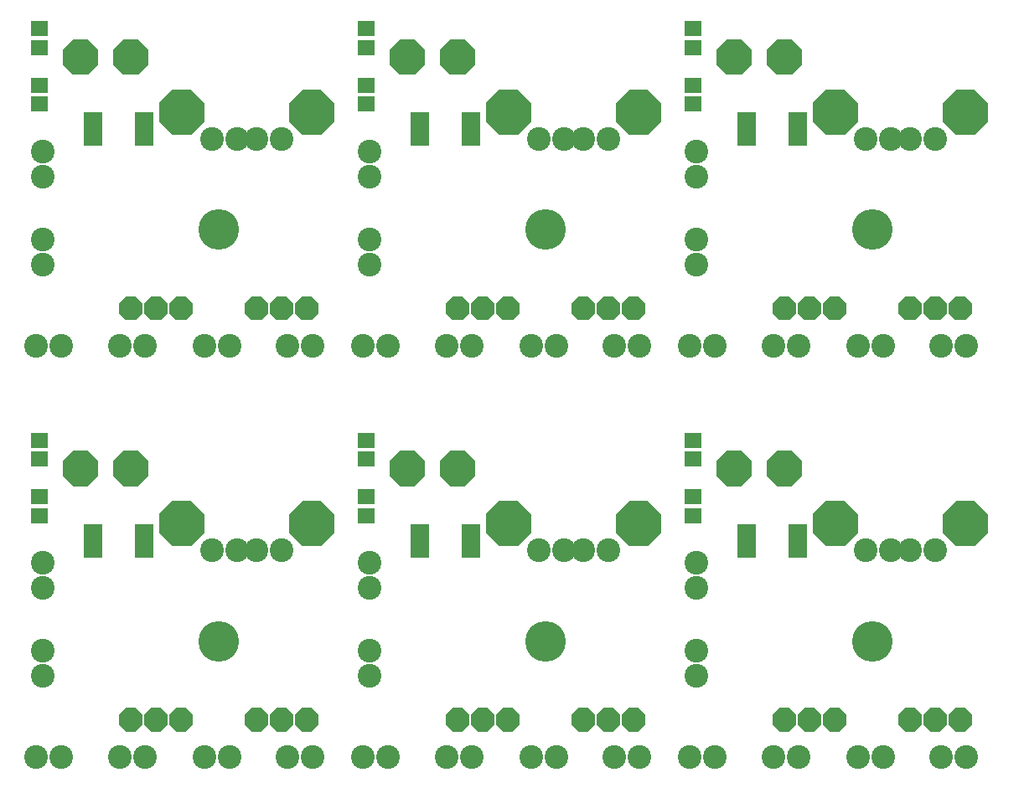
<source format=gbr>
%FSLAX34Y34*%
%MOMM*%
%LNSOLDERMASK_TOP*%
G71*
G01*
%ADD10C, 2.40*%
%ADD11R, 1.98X3.35*%
%ADD12R, 1.80X1.50*%
%ADD13C, 2.40*%
%ADD14C, 4.10*%
%LPD*%
G36*
X143412Y933918D02*
X132882Y923388D01*
X117942Y923388D01*
X107412Y933918D01*
X107412Y948858D01*
X117942Y959388D01*
X132882Y959388D01*
X143412Y948858D01*
X143412Y933918D01*
G37*
G36*
X92612Y933918D02*
X82082Y923388D01*
X67142Y923388D01*
X56612Y933918D01*
X56612Y948858D01*
X67142Y959388D01*
X82082Y959388D01*
X92612Y948858D01*
X92612Y933918D01*
G37*
X36512Y820738D02*
G54D10*
D03*
X36512Y846138D02*
G54D10*
D03*
X36512Y731838D02*
G54D10*
D03*
X36512Y757238D02*
G54D10*
D03*
G36*
X56612Y948858D02*
X67142Y959388D01*
X82082Y959388D01*
X92612Y948858D01*
X92612Y933918D01*
X82082Y923388D01*
X67142Y923388D01*
X56612Y933918D01*
X56612Y948858D01*
G37*
X36512Y846138D02*
G54D10*
D03*
X36512Y757238D02*
G54D10*
D03*
X207962Y858838D02*
G54D10*
D03*
G36*
X113413Y692367D02*
X120433Y699387D01*
X130393Y699387D01*
X137413Y692367D01*
X137413Y682407D01*
X130393Y675387D01*
X120433Y675387D01*
X113413Y682407D01*
X113413Y692367D01*
G37*
G36*
X138813Y692367D02*
X145833Y699387D01*
X155793Y699387D01*
X162813Y692367D01*
X162813Y682407D01*
X155793Y675387D01*
X145833Y675387D01*
X138813Y682407D01*
X138813Y692367D01*
G37*
G36*
X164212Y692367D02*
X171232Y699387D01*
X181192Y699387D01*
X188212Y692367D01*
X188212Y682407D01*
X181192Y675387D01*
X171232Y675387D01*
X164212Y682407D01*
X164212Y692367D01*
G37*
G36*
X138813Y692367D02*
X145833Y699387D01*
X155793Y699387D01*
X162813Y692367D01*
X162813Y682407D01*
X155793Y675387D01*
X145833Y675387D01*
X138813Y682407D01*
X138813Y692367D01*
G37*
X139303Y868362D02*
G54D11*
D03*
X87312Y868362D02*
G54D11*
D03*
X277812Y858838D02*
G54D10*
D03*
X252809Y858838D02*
G54D10*
D03*
X232966Y858837D02*
G54D10*
D03*
X207962Y858837D02*
G54D10*
D03*
G36*
X331570Y876280D02*
X318115Y862825D01*
X299025Y862825D01*
X285570Y876280D01*
X285570Y895370D01*
X299025Y908825D01*
X318115Y908825D01*
X331570Y895370D01*
X331570Y876280D01*
G37*
G36*
X200006Y876280D02*
X186551Y862825D01*
X167461Y862825D01*
X154006Y876280D01*
X154006Y895370D01*
X167461Y908825D01*
X186551Y908825D01*
X200006Y895370D01*
X200006Y876280D01*
G37*
X33312Y912788D02*
G54D12*
D03*
X33312Y893788D02*
G54D12*
D03*
X33312Y950938D02*
G54D12*
D03*
X33312Y969938D02*
G54D12*
D03*
X33312Y969938D02*
G54D12*
D03*
G36*
X240412Y692368D02*
X247432Y699388D01*
X257392Y699388D01*
X264412Y692368D01*
X264412Y682408D01*
X257392Y675388D01*
X247432Y675388D01*
X240412Y682408D01*
X240412Y692368D01*
G37*
G36*
X265813Y692368D02*
X272833Y699388D01*
X282793Y699388D01*
X289813Y692368D01*
X289813Y682408D01*
X282793Y675388D01*
X272833Y675388D01*
X265813Y682408D01*
X265813Y692368D01*
G37*
G36*
X291212Y692368D02*
X298232Y699388D01*
X308192Y699388D01*
X315212Y692368D01*
X315212Y682408D01*
X308192Y675388D01*
X298232Y675388D01*
X291212Y682408D01*
X291212Y692368D01*
G37*
G36*
X265813Y692368D02*
X272833Y699388D01*
X282793Y699388D01*
X289813Y692368D01*
X289813Y682408D01*
X282793Y675388D01*
X272833Y675388D01*
X265813Y682408D01*
X265813Y692368D01*
G37*
X55562Y649288D02*
G54D13*
D03*
X30162Y649288D02*
G54D13*
D03*
X139700Y649288D02*
G54D13*
D03*
X114300Y649288D02*
G54D13*
D03*
X225425Y649288D02*
G54D13*
D03*
X200025Y649288D02*
G54D13*
D03*
X309562Y649288D02*
G54D13*
D03*
X284162Y649288D02*
G54D13*
D03*
X55562Y649288D02*
G54D13*
D03*
X139702Y649288D02*
G54D13*
D03*
X225422Y649288D02*
G54D13*
D03*
X309562Y649288D02*
G54D13*
D03*
X214312Y766762D02*
G54D14*
D03*
G36*
X473612Y933918D02*
X463082Y923388D01*
X448142Y923388D01*
X437612Y933918D01*
X437612Y948858D01*
X448142Y959388D01*
X463082Y959388D01*
X473612Y948858D01*
X473612Y933918D01*
G37*
G36*
X422812Y933918D02*
X412282Y923388D01*
X397342Y923388D01*
X386812Y933918D01*
X386812Y948858D01*
X397342Y959388D01*
X412282Y959388D01*
X422812Y948858D01*
X422812Y933918D01*
G37*
X366712Y820738D02*
G54D10*
D03*
X366712Y846138D02*
G54D10*
D03*
X366712Y731838D02*
G54D10*
D03*
X366712Y757238D02*
G54D10*
D03*
G36*
X386812Y948858D02*
X397342Y959388D01*
X412282Y959388D01*
X422812Y948858D01*
X422812Y933918D01*
X412282Y923388D01*
X397342Y923388D01*
X386812Y933918D01*
X386812Y948858D01*
G37*
X366712Y846138D02*
G54D10*
D03*
X366712Y757238D02*
G54D10*
D03*
X538162Y858838D02*
G54D10*
D03*
G36*
X443613Y692367D02*
X450633Y699387D01*
X460593Y699387D01*
X467613Y692367D01*
X467613Y682407D01*
X460593Y675387D01*
X450633Y675387D01*
X443613Y682407D01*
X443613Y692367D01*
G37*
G36*
X469013Y692367D02*
X476033Y699387D01*
X485993Y699387D01*
X493013Y692367D01*
X493013Y682407D01*
X485993Y675387D01*
X476033Y675387D01*
X469013Y682407D01*
X469013Y692367D01*
G37*
G36*
X494412Y692367D02*
X501432Y699387D01*
X511392Y699387D01*
X518412Y692367D01*
X518412Y682407D01*
X511392Y675387D01*
X501432Y675387D01*
X494412Y682407D01*
X494412Y692367D01*
G37*
G36*
X469013Y692367D02*
X476033Y699387D01*
X485993Y699387D01*
X493013Y692367D01*
X493013Y682407D01*
X485993Y675387D01*
X476033Y675387D01*
X469013Y682407D01*
X469013Y692367D01*
G37*
X469503Y868362D02*
G54D11*
D03*
X417512Y868362D02*
G54D11*
D03*
X608012Y858838D02*
G54D10*
D03*
X583009Y858838D02*
G54D10*
D03*
X563166Y858837D02*
G54D10*
D03*
X538162Y858837D02*
G54D10*
D03*
G36*
X661770Y876280D02*
X648315Y862825D01*
X629225Y862825D01*
X615770Y876280D01*
X615770Y895370D01*
X629225Y908825D01*
X648315Y908825D01*
X661770Y895370D01*
X661770Y876280D01*
G37*
G36*
X530206Y876280D02*
X516751Y862825D01*
X497661Y862825D01*
X484206Y876280D01*
X484206Y895370D01*
X497661Y908825D01*
X516751Y908825D01*
X530206Y895370D01*
X530206Y876280D01*
G37*
X363512Y912788D02*
G54D12*
D03*
X363512Y893788D02*
G54D12*
D03*
X363512Y950938D02*
G54D12*
D03*
X363512Y969938D02*
G54D12*
D03*
X363512Y969938D02*
G54D12*
D03*
G36*
X570612Y692368D02*
X577632Y699388D01*
X587592Y699388D01*
X594612Y692368D01*
X594612Y682408D01*
X587592Y675388D01*
X577632Y675388D01*
X570612Y682408D01*
X570612Y692368D01*
G37*
G36*
X596013Y692368D02*
X603033Y699388D01*
X612993Y699388D01*
X620013Y692368D01*
X620013Y682408D01*
X612993Y675388D01*
X603033Y675388D01*
X596013Y682408D01*
X596013Y692368D01*
G37*
G36*
X621412Y692368D02*
X628432Y699388D01*
X638392Y699388D01*
X645412Y692368D01*
X645412Y682408D01*
X638392Y675388D01*
X628432Y675388D01*
X621412Y682408D01*
X621412Y692368D01*
G37*
G36*
X596013Y692368D02*
X603033Y699388D01*
X612993Y699388D01*
X620013Y692368D01*
X620013Y682408D01*
X612993Y675388D01*
X603033Y675388D01*
X596013Y682408D01*
X596013Y692368D01*
G37*
X385762Y649288D02*
G54D13*
D03*
X360362Y649288D02*
G54D13*
D03*
X469900Y649288D02*
G54D13*
D03*
X444500Y649288D02*
G54D13*
D03*
X555625Y649288D02*
G54D13*
D03*
X530225Y649288D02*
G54D13*
D03*
X639762Y649288D02*
G54D13*
D03*
X614362Y649288D02*
G54D13*
D03*
X385762Y649288D02*
G54D13*
D03*
X469902Y649288D02*
G54D13*
D03*
X555622Y649288D02*
G54D13*
D03*
X639762Y649288D02*
G54D13*
D03*
X544512Y766762D02*
G54D14*
D03*
G36*
X803812Y933918D02*
X793282Y923388D01*
X778342Y923388D01*
X767812Y933918D01*
X767812Y948858D01*
X778342Y959388D01*
X793282Y959388D01*
X803812Y948858D01*
X803812Y933918D01*
G37*
G36*
X753012Y933918D02*
X742482Y923388D01*
X727542Y923388D01*
X717012Y933918D01*
X717012Y948858D01*
X727542Y959388D01*
X742482Y959388D01*
X753012Y948858D01*
X753012Y933918D01*
G37*
X696912Y820738D02*
G54D10*
D03*
X696912Y846138D02*
G54D10*
D03*
X696912Y731838D02*
G54D10*
D03*
X696912Y757238D02*
G54D10*
D03*
G36*
X717012Y948858D02*
X727542Y959388D01*
X742482Y959388D01*
X753012Y948858D01*
X753012Y933918D01*
X742482Y923388D01*
X727542Y923388D01*
X717012Y933918D01*
X717012Y948858D01*
G37*
X696912Y846138D02*
G54D10*
D03*
X696912Y757238D02*
G54D10*
D03*
X868362Y858838D02*
G54D10*
D03*
G36*
X773813Y692367D02*
X780833Y699387D01*
X790793Y699387D01*
X797813Y692367D01*
X797813Y682407D01*
X790793Y675387D01*
X780833Y675387D01*
X773813Y682407D01*
X773813Y692367D01*
G37*
G36*
X799213Y692367D02*
X806233Y699387D01*
X816193Y699387D01*
X823213Y692367D01*
X823213Y682407D01*
X816193Y675387D01*
X806233Y675387D01*
X799213Y682407D01*
X799213Y692367D01*
G37*
G36*
X824612Y692367D02*
X831632Y699387D01*
X841592Y699387D01*
X848612Y692367D01*
X848612Y682407D01*
X841592Y675387D01*
X831632Y675387D01*
X824612Y682407D01*
X824612Y692367D01*
G37*
G36*
X799213Y692367D02*
X806233Y699387D01*
X816193Y699387D01*
X823213Y692367D01*
X823213Y682407D01*
X816193Y675387D01*
X806233Y675387D01*
X799213Y682407D01*
X799213Y692367D01*
G37*
X799703Y868362D02*
G54D11*
D03*
X747712Y868362D02*
G54D11*
D03*
X938212Y858838D02*
G54D10*
D03*
X913209Y858838D02*
G54D10*
D03*
X893366Y858837D02*
G54D10*
D03*
X868362Y858837D02*
G54D10*
D03*
G36*
X991970Y876280D02*
X978515Y862825D01*
X959425Y862825D01*
X945970Y876280D01*
X945970Y895370D01*
X959425Y908825D01*
X978515Y908825D01*
X991970Y895370D01*
X991970Y876280D01*
G37*
G36*
X860406Y876280D02*
X846951Y862825D01*
X827861Y862825D01*
X814406Y876280D01*
X814406Y895370D01*
X827861Y908825D01*
X846951Y908825D01*
X860406Y895370D01*
X860406Y876280D01*
G37*
X693712Y912788D02*
G54D12*
D03*
X693712Y893788D02*
G54D12*
D03*
X693712Y950938D02*
G54D12*
D03*
X693712Y969938D02*
G54D12*
D03*
X693712Y969938D02*
G54D12*
D03*
G36*
X900812Y692368D02*
X907832Y699388D01*
X917792Y699388D01*
X924812Y692368D01*
X924812Y682408D01*
X917792Y675388D01*
X907832Y675388D01*
X900812Y682408D01*
X900812Y692368D01*
G37*
G36*
X926213Y692368D02*
X933233Y699388D01*
X943193Y699388D01*
X950213Y692368D01*
X950213Y682408D01*
X943193Y675388D01*
X933233Y675388D01*
X926213Y682408D01*
X926213Y692368D01*
G37*
G36*
X951612Y692368D02*
X958632Y699388D01*
X968592Y699388D01*
X975612Y692368D01*
X975612Y682408D01*
X968592Y675388D01*
X958632Y675388D01*
X951612Y682408D01*
X951612Y692368D01*
G37*
G36*
X926213Y692368D02*
X933233Y699388D01*
X943193Y699388D01*
X950213Y692368D01*
X950213Y682408D01*
X943193Y675388D01*
X933233Y675388D01*
X926213Y682408D01*
X926213Y692368D01*
G37*
X715962Y649288D02*
G54D13*
D03*
X690562Y649288D02*
G54D13*
D03*
X800100Y649288D02*
G54D13*
D03*
X774700Y649288D02*
G54D13*
D03*
X885825Y649288D02*
G54D13*
D03*
X860425Y649288D02*
G54D13*
D03*
X969962Y649288D02*
G54D13*
D03*
X944562Y649288D02*
G54D13*
D03*
X715962Y649288D02*
G54D13*
D03*
X800102Y649288D02*
G54D13*
D03*
X885822Y649288D02*
G54D13*
D03*
X969962Y649288D02*
G54D13*
D03*
X874712Y766762D02*
G54D14*
D03*
G36*
X143412Y517992D02*
X132882Y507462D01*
X117942Y507462D01*
X107412Y517992D01*
X107412Y532932D01*
X117942Y543462D01*
X132882Y543462D01*
X143412Y532932D01*
X143412Y517992D01*
G37*
G36*
X92612Y517992D02*
X82082Y507462D01*
X67142Y507462D01*
X56612Y517992D01*
X56612Y532932D01*
X67142Y543462D01*
X82082Y543462D01*
X92612Y532932D01*
X92612Y517992D01*
G37*
X36512Y404812D02*
G54D10*
D03*
X36512Y430212D02*
G54D10*
D03*
X36512Y315912D02*
G54D10*
D03*
X36512Y341312D02*
G54D10*
D03*
G36*
X56612Y532932D02*
X67142Y543462D01*
X82082Y543462D01*
X92612Y532932D01*
X92612Y517992D01*
X82082Y507462D01*
X67142Y507462D01*
X56612Y517992D01*
X56612Y532932D01*
G37*
X36512Y430212D02*
G54D10*
D03*
X36512Y341312D02*
G54D10*
D03*
X207962Y442912D02*
G54D10*
D03*
G36*
X113413Y276442D02*
X120433Y283462D01*
X130393Y283462D01*
X137413Y276442D01*
X137413Y266482D01*
X130393Y259462D01*
X120433Y259462D01*
X113413Y266482D01*
X113413Y276442D01*
G37*
G36*
X138813Y276442D02*
X145833Y283462D01*
X155793Y283462D01*
X162813Y276442D01*
X162813Y266482D01*
X155793Y259462D01*
X145833Y259462D01*
X138813Y266482D01*
X138813Y276442D01*
G37*
G36*
X164212Y276442D02*
X171232Y283462D01*
X181192Y283462D01*
X188212Y276442D01*
X188212Y266482D01*
X181192Y259462D01*
X171232Y259462D01*
X164212Y266482D01*
X164212Y276442D01*
G37*
G36*
X138813Y276442D02*
X145833Y283462D01*
X155793Y283462D01*
X162813Y276442D01*
X162813Y266482D01*
X155793Y259462D01*
X145833Y259462D01*
X138813Y266482D01*
X138813Y276442D01*
G37*
X139303Y452438D02*
G54D11*
D03*
X87312Y452438D02*
G54D11*
D03*
X277812Y442912D02*
G54D10*
D03*
X252809Y442912D02*
G54D10*
D03*
X232966Y442912D02*
G54D10*
D03*
X207962Y442912D02*
G54D10*
D03*
G36*
X331570Y460355D02*
X318115Y446900D01*
X299025Y446900D01*
X285570Y460355D01*
X285570Y479445D01*
X299025Y492900D01*
X318115Y492900D01*
X331570Y479445D01*
X331570Y460355D01*
G37*
G36*
X200006Y460355D02*
X186551Y446900D01*
X167461Y446900D01*
X154006Y460355D01*
X154006Y479445D01*
X167461Y492900D01*
X186551Y492900D01*
X200006Y479445D01*
X200006Y460355D01*
G37*
X33312Y496862D02*
G54D12*
D03*
X33312Y477862D02*
G54D12*
D03*
X33312Y535012D02*
G54D12*
D03*
X33312Y554012D02*
G54D12*
D03*
X33312Y554012D02*
G54D12*
D03*
G36*
X240412Y276442D02*
X247432Y283462D01*
X257392Y283462D01*
X264412Y276442D01*
X264412Y266482D01*
X257392Y259462D01*
X247432Y259462D01*
X240412Y266482D01*
X240412Y276442D01*
G37*
G36*
X265813Y276442D02*
X272833Y283462D01*
X282793Y283462D01*
X289813Y276442D01*
X289813Y266482D01*
X282793Y259462D01*
X272833Y259462D01*
X265813Y266482D01*
X265813Y276442D01*
G37*
G36*
X291212Y276442D02*
X298232Y283462D01*
X308192Y283462D01*
X315212Y276442D01*
X315212Y266482D01*
X308192Y259462D01*
X298232Y259462D01*
X291212Y266482D01*
X291212Y276442D01*
G37*
G36*
X265813Y276442D02*
X272833Y283462D01*
X282793Y283462D01*
X289813Y276442D01*
X289813Y266482D01*
X282793Y259462D01*
X272833Y259462D01*
X265813Y266482D01*
X265813Y276442D01*
G37*
X55562Y233362D02*
G54D13*
D03*
X30162Y233362D02*
G54D13*
D03*
X139700Y233362D02*
G54D13*
D03*
X114300Y233362D02*
G54D13*
D03*
X225425Y233362D02*
G54D13*
D03*
X200025Y233362D02*
G54D13*
D03*
X309562Y233362D02*
G54D13*
D03*
X284162Y233362D02*
G54D13*
D03*
X55562Y233362D02*
G54D13*
D03*
X139702Y233362D02*
G54D13*
D03*
X225422Y233362D02*
G54D13*
D03*
X309562Y233362D02*
G54D13*
D03*
X214312Y350838D02*
G54D14*
D03*
G36*
X473612Y517992D02*
X463082Y507462D01*
X448142Y507462D01*
X437612Y517992D01*
X437612Y532932D01*
X448142Y543462D01*
X463082Y543462D01*
X473612Y532932D01*
X473612Y517992D01*
G37*
G36*
X422812Y517992D02*
X412282Y507462D01*
X397342Y507462D01*
X386812Y517992D01*
X386812Y532932D01*
X397342Y543462D01*
X412282Y543462D01*
X422812Y532932D01*
X422812Y517992D01*
G37*
X366712Y404812D02*
G54D10*
D03*
X366712Y430212D02*
G54D10*
D03*
X366712Y315912D02*
G54D10*
D03*
X366712Y341312D02*
G54D10*
D03*
G36*
X386812Y532932D02*
X397342Y543462D01*
X412282Y543462D01*
X422812Y532932D01*
X422812Y517992D01*
X412282Y507462D01*
X397342Y507462D01*
X386812Y517992D01*
X386812Y532932D01*
G37*
X366712Y430212D02*
G54D10*
D03*
X366712Y341312D02*
G54D10*
D03*
X538162Y442912D02*
G54D10*
D03*
G36*
X443613Y276442D02*
X450633Y283462D01*
X460593Y283462D01*
X467613Y276442D01*
X467613Y266482D01*
X460593Y259462D01*
X450633Y259462D01*
X443613Y266482D01*
X443613Y276442D01*
G37*
G36*
X469013Y276442D02*
X476033Y283462D01*
X485993Y283462D01*
X493013Y276442D01*
X493013Y266482D01*
X485993Y259462D01*
X476033Y259462D01*
X469013Y266482D01*
X469013Y276442D01*
G37*
G36*
X494412Y276442D02*
X501432Y283462D01*
X511392Y283462D01*
X518412Y276442D01*
X518412Y266482D01*
X511392Y259462D01*
X501432Y259462D01*
X494412Y266482D01*
X494412Y276442D01*
G37*
G36*
X469013Y276442D02*
X476033Y283462D01*
X485993Y283462D01*
X493013Y276442D01*
X493013Y266482D01*
X485993Y259462D01*
X476033Y259462D01*
X469013Y266482D01*
X469013Y276442D01*
G37*
X469503Y452438D02*
G54D11*
D03*
X417512Y452438D02*
G54D11*
D03*
X608012Y442912D02*
G54D10*
D03*
X583009Y442912D02*
G54D10*
D03*
X563166Y442912D02*
G54D10*
D03*
X538162Y442912D02*
G54D10*
D03*
G36*
X661770Y460355D02*
X648315Y446900D01*
X629225Y446900D01*
X615770Y460355D01*
X615770Y479445D01*
X629225Y492900D01*
X648315Y492900D01*
X661770Y479445D01*
X661770Y460355D01*
G37*
G36*
X530206Y460355D02*
X516751Y446900D01*
X497661Y446900D01*
X484206Y460355D01*
X484206Y479445D01*
X497661Y492900D01*
X516751Y492900D01*
X530206Y479445D01*
X530206Y460355D01*
G37*
X363512Y496862D02*
G54D12*
D03*
X363512Y477862D02*
G54D12*
D03*
X363512Y535012D02*
G54D12*
D03*
X363512Y554012D02*
G54D12*
D03*
X363512Y554012D02*
G54D12*
D03*
G36*
X570612Y276442D02*
X577632Y283462D01*
X587592Y283462D01*
X594612Y276442D01*
X594612Y266482D01*
X587592Y259462D01*
X577632Y259462D01*
X570612Y266482D01*
X570612Y276442D01*
G37*
G36*
X596013Y276442D02*
X603033Y283462D01*
X612993Y283462D01*
X620013Y276442D01*
X620013Y266482D01*
X612993Y259462D01*
X603033Y259462D01*
X596013Y266482D01*
X596013Y276442D01*
G37*
G36*
X621412Y276442D02*
X628432Y283462D01*
X638392Y283462D01*
X645412Y276442D01*
X645412Y266482D01*
X638392Y259462D01*
X628432Y259462D01*
X621412Y266482D01*
X621412Y276442D01*
G37*
G36*
X596013Y276442D02*
X603033Y283462D01*
X612993Y283462D01*
X620013Y276442D01*
X620013Y266482D01*
X612993Y259462D01*
X603033Y259462D01*
X596013Y266482D01*
X596013Y276442D01*
G37*
X385762Y233362D02*
G54D13*
D03*
X360362Y233362D02*
G54D13*
D03*
X469900Y233362D02*
G54D13*
D03*
X444500Y233362D02*
G54D13*
D03*
X555625Y233362D02*
G54D13*
D03*
X530225Y233362D02*
G54D13*
D03*
X639762Y233362D02*
G54D13*
D03*
X614362Y233362D02*
G54D13*
D03*
X385762Y233362D02*
G54D13*
D03*
X469902Y233362D02*
G54D13*
D03*
X555622Y233362D02*
G54D13*
D03*
X639762Y233362D02*
G54D13*
D03*
X544512Y350838D02*
G54D14*
D03*
G36*
X803812Y517992D02*
X793282Y507462D01*
X778342Y507462D01*
X767812Y517992D01*
X767812Y532932D01*
X778342Y543462D01*
X793282Y543462D01*
X803812Y532932D01*
X803812Y517992D01*
G37*
G36*
X753012Y517992D02*
X742482Y507462D01*
X727542Y507462D01*
X717012Y517992D01*
X717012Y532932D01*
X727542Y543462D01*
X742482Y543462D01*
X753012Y532932D01*
X753012Y517992D01*
G37*
X696912Y404812D02*
G54D10*
D03*
X696912Y430212D02*
G54D10*
D03*
X696912Y315912D02*
G54D10*
D03*
X696912Y341312D02*
G54D10*
D03*
G36*
X717012Y532932D02*
X727542Y543462D01*
X742482Y543462D01*
X753012Y532932D01*
X753012Y517992D01*
X742482Y507462D01*
X727542Y507462D01*
X717012Y517992D01*
X717012Y532932D01*
G37*
X696912Y430212D02*
G54D10*
D03*
X696912Y341312D02*
G54D10*
D03*
X868362Y442912D02*
G54D10*
D03*
G36*
X773813Y276442D02*
X780833Y283462D01*
X790793Y283462D01*
X797813Y276442D01*
X797813Y266482D01*
X790793Y259462D01*
X780833Y259462D01*
X773813Y266482D01*
X773813Y276442D01*
G37*
G36*
X799213Y276442D02*
X806233Y283462D01*
X816193Y283462D01*
X823213Y276442D01*
X823213Y266482D01*
X816193Y259462D01*
X806233Y259462D01*
X799213Y266482D01*
X799213Y276442D01*
G37*
G36*
X824612Y276442D02*
X831632Y283462D01*
X841592Y283462D01*
X848612Y276442D01*
X848612Y266482D01*
X841592Y259462D01*
X831632Y259462D01*
X824612Y266482D01*
X824612Y276442D01*
G37*
G36*
X799213Y276442D02*
X806233Y283462D01*
X816193Y283462D01*
X823213Y276442D01*
X823213Y266482D01*
X816193Y259462D01*
X806233Y259462D01*
X799213Y266482D01*
X799213Y276442D01*
G37*
X799703Y452438D02*
G54D11*
D03*
X747712Y452438D02*
G54D11*
D03*
X938212Y442912D02*
G54D10*
D03*
X913209Y442912D02*
G54D10*
D03*
X893366Y442912D02*
G54D10*
D03*
X868362Y442912D02*
G54D10*
D03*
G36*
X991970Y460355D02*
X978515Y446900D01*
X959425Y446900D01*
X945970Y460355D01*
X945970Y479445D01*
X959425Y492900D01*
X978515Y492900D01*
X991970Y479445D01*
X991970Y460355D01*
G37*
G36*
X860406Y460355D02*
X846951Y446900D01*
X827861Y446900D01*
X814406Y460355D01*
X814406Y479445D01*
X827861Y492900D01*
X846951Y492900D01*
X860406Y479445D01*
X860406Y460355D01*
G37*
X693712Y496862D02*
G54D12*
D03*
X693712Y477862D02*
G54D12*
D03*
X693712Y535012D02*
G54D12*
D03*
X693712Y554012D02*
G54D12*
D03*
X693712Y554012D02*
G54D12*
D03*
G36*
X900812Y276442D02*
X907832Y283462D01*
X917792Y283462D01*
X924812Y276442D01*
X924812Y266482D01*
X917792Y259462D01*
X907832Y259462D01*
X900812Y266482D01*
X900812Y276442D01*
G37*
G36*
X926213Y276442D02*
X933233Y283462D01*
X943193Y283462D01*
X950213Y276442D01*
X950213Y266482D01*
X943193Y259462D01*
X933233Y259462D01*
X926213Y266482D01*
X926213Y276442D01*
G37*
G36*
X951612Y276442D02*
X958632Y283462D01*
X968592Y283462D01*
X975612Y276442D01*
X975612Y266482D01*
X968592Y259462D01*
X958632Y259462D01*
X951612Y266482D01*
X951612Y276442D01*
G37*
G36*
X926213Y276442D02*
X933233Y283462D01*
X943193Y283462D01*
X950213Y276442D01*
X950213Y266482D01*
X943193Y259462D01*
X933233Y259462D01*
X926213Y266482D01*
X926213Y276442D01*
G37*
X715962Y233362D02*
G54D13*
D03*
X690562Y233362D02*
G54D13*
D03*
X800100Y233362D02*
G54D13*
D03*
X774700Y233362D02*
G54D13*
D03*
X885825Y233362D02*
G54D13*
D03*
X860425Y233362D02*
G54D13*
D03*
X969962Y233362D02*
G54D13*
D03*
X944562Y233362D02*
G54D13*
D03*
X715962Y233362D02*
G54D13*
D03*
X800102Y233362D02*
G54D13*
D03*
X885822Y233362D02*
G54D13*
D03*
X969962Y233362D02*
G54D13*
D03*
X874712Y350838D02*
G54D14*
D03*
M02*

</source>
